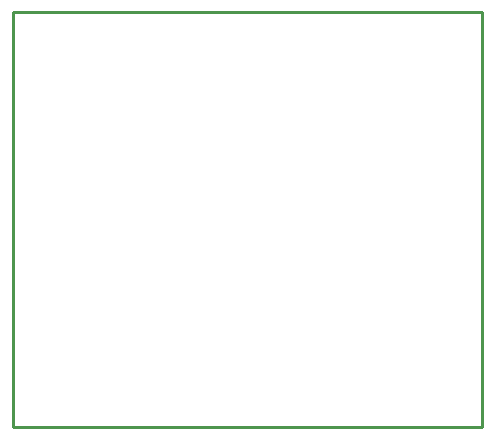
<source format=gm1>
G04 Layer_Color=16711935*
%FSLAX23Y23*%
%MOIN*%
G70*
G01*
G75*
%ADD22C,0.010*%
D22*
X1455Y1544D02*
Y2927D01*
X3018D01*
Y1544D02*
Y2927D01*
X1455Y1544D02*
X3018D01*
M02*

</source>
